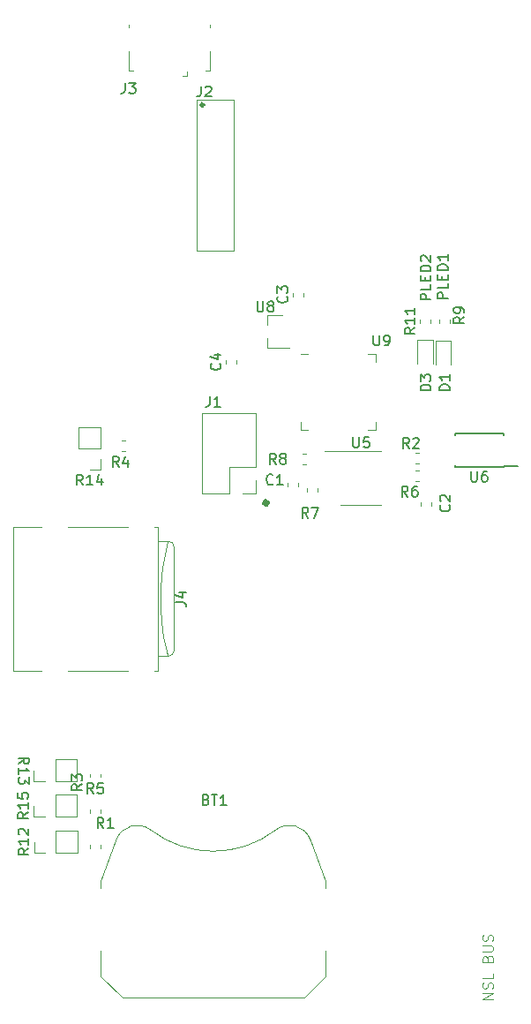
<source format=gbr>
G04 #@! TF.GenerationSoftware,KiCad,Pcbnew,5.1.2-f72e74a~84~ubuntu18.04.1*
G04 #@! TF.CreationDate,2019-07-18T11:25:25-04:00*
G04 #@! TF.ProjectId,Joe,4a6f652e-6b69-4636-9164-5f7063625858,rev?*
G04 #@! TF.SameCoordinates,Original*
G04 #@! TF.FileFunction,Legend,Top*
G04 #@! TF.FilePolarity,Positive*
%FSLAX46Y46*%
G04 Gerber Fmt 4.6, Leading zero omitted, Abs format (unit mm)*
G04 Created by KiCad (PCBNEW 5.1.2-f72e74a~84~ubuntu18.04.1) date 2019-07-18 11:25:25*
%MOMM*%
%LPD*%
G04 APERTURE LIST*
%ADD10C,0.100000*%
%ADD11C,0.500000*%
%ADD12C,0.200000*%
%ADD13C,0.120000*%
%ADD14C,0.150000*%
%ADD15C,0.300000*%
G04 APERTURE END LIST*
D10*
X-4741919Y-48970819D02*
X-5741919Y-48970819D01*
X-4741919Y-48399390D01*
X-5741919Y-48399390D01*
X-4789538Y-47970819D02*
X-4741919Y-47827961D01*
X-4741919Y-47589866D01*
X-4789538Y-47494628D01*
X-4837157Y-47447009D01*
X-4932395Y-47399390D01*
X-5027633Y-47399390D01*
X-5122871Y-47447009D01*
X-5170490Y-47494628D01*
X-5218109Y-47589866D01*
X-5265728Y-47780342D01*
X-5313347Y-47875580D01*
X-5360966Y-47923200D01*
X-5456204Y-47970819D01*
X-5551442Y-47970819D01*
X-5646680Y-47923200D01*
X-5694300Y-47875580D01*
X-5741919Y-47780342D01*
X-5741919Y-47542247D01*
X-5694300Y-47399390D01*
X-4741919Y-46494628D02*
X-4741919Y-46970819D01*
X-5741919Y-46970819D01*
X-5265728Y-45066057D02*
X-5218109Y-44923200D01*
X-5170490Y-44875580D01*
X-5075252Y-44827961D01*
X-4932395Y-44827961D01*
X-4837157Y-44875580D01*
X-4789538Y-44923200D01*
X-4741919Y-45018438D01*
X-4741919Y-45399390D01*
X-5741919Y-45399390D01*
X-5741919Y-45066057D01*
X-5694300Y-44970819D01*
X-5646680Y-44923200D01*
X-5551442Y-44875580D01*
X-5456204Y-44875580D01*
X-5360966Y-44923200D01*
X-5313347Y-44970819D01*
X-5265728Y-45066057D01*
X-5265728Y-45399390D01*
X-5741919Y-44399390D02*
X-4932395Y-44399390D01*
X-4837157Y-44351771D01*
X-4789538Y-44304152D01*
X-4741919Y-44208914D01*
X-4741919Y-44018438D01*
X-4789538Y-43923200D01*
X-4837157Y-43875580D01*
X-4932395Y-43827961D01*
X-5741919Y-43827961D01*
X-4789538Y-43399390D02*
X-4741919Y-43256533D01*
X-4741919Y-43018438D01*
X-4789538Y-42923200D01*
X-4837157Y-42875580D01*
X-4932395Y-42827961D01*
X-5027633Y-42827961D01*
X-5122871Y-42875580D01*
X-5170490Y-42923200D01*
X-5218109Y-43018438D01*
X-5265728Y-43208914D01*
X-5313347Y-43304152D01*
X-5360966Y-43351771D01*
X-5456204Y-43399390D01*
X-5551442Y-43399390D01*
X-5646680Y-43351771D01*
X-5694300Y-43304152D01*
X-5741919Y-43208914D01*
X-5741919Y-42970819D01*
X-5694300Y-42827961D01*
D11*
X-26388498Y-1384300D02*
G75*
G03X-26388498Y-1384300I-154502J0D01*
G01*
D12*
X-10698219Y18123161D02*
X-11698219Y18123161D01*
X-11698219Y18504114D01*
X-11650600Y18599352D01*
X-11602980Y18646971D01*
X-11507742Y18694590D01*
X-11364885Y18694590D01*
X-11269647Y18646971D01*
X-11222028Y18599352D01*
X-11174409Y18504114D01*
X-11174409Y18123161D01*
X-10698219Y19599352D02*
X-10698219Y19123161D01*
X-11698219Y19123161D01*
X-11222028Y19932685D02*
X-11222028Y20266019D01*
X-10698219Y20408876D02*
X-10698219Y19932685D01*
X-11698219Y19932685D01*
X-11698219Y20408876D01*
X-10698219Y20837447D02*
X-11698219Y20837447D01*
X-11698219Y21075542D01*
X-11650600Y21218400D01*
X-11555361Y21313638D01*
X-11460123Y21361257D01*
X-11269647Y21408876D01*
X-11126790Y21408876D01*
X-10936314Y21361257D01*
X-10841076Y21313638D01*
X-10745838Y21218400D01*
X-10698219Y21075542D01*
X-10698219Y20837447D01*
X-11602980Y21789828D02*
X-11650600Y21837447D01*
X-11698219Y21932685D01*
X-11698219Y22170780D01*
X-11650600Y22266019D01*
X-11602980Y22313638D01*
X-11507742Y22361257D01*
X-11412504Y22361257D01*
X-11269647Y22313638D01*
X-10698219Y21742209D01*
X-10698219Y22361257D01*
X-9072619Y18224761D02*
X-10072619Y18224761D01*
X-10072619Y18605714D01*
X-10025000Y18700952D01*
X-9977380Y18748571D01*
X-9882142Y18796190D01*
X-9739285Y18796190D01*
X-9644047Y18748571D01*
X-9596428Y18700952D01*
X-9548809Y18605714D01*
X-9548809Y18224761D01*
X-9072619Y19700952D02*
X-9072619Y19224761D01*
X-10072619Y19224761D01*
X-9596428Y20034285D02*
X-9596428Y20367619D01*
X-9072619Y20510476D02*
X-9072619Y20034285D01*
X-10072619Y20034285D01*
X-10072619Y20510476D01*
X-9072619Y20939047D02*
X-10072619Y20939047D01*
X-10072619Y21177142D01*
X-10025000Y21320000D01*
X-9929761Y21415238D01*
X-9834523Y21462857D01*
X-9644047Y21510476D01*
X-9501190Y21510476D01*
X-9310714Y21462857D01*
X-9215476Y21415238D01*
X-9120238Y21320000D01*
X-9072619Y21177142D01*
X-9072619Y20939047D01*
X-9072619Y22462857D02*
X-9072619Y21891428D01*
X-9072619Y22177142D02*
X-10072619Y22177142D01*
X-9929761Y22081904D01*
X-9834523Y21986666D01*
X-9786904Y21891428D01*
D13*
X-27473600Y-517200D02*
X-28803600Y-517200D01*
X-27473600Y812800D02*
X-27473600Y-517200D01*
X-30073600Y-517200D02*
X-32673600Y-517200D01*
X-30073600Y2082800D02*
X-30073600Y-517200D01*
X-27473600Y2082800D02*
X-30073600Y2082800D01*
X-32673600Y-517200D02*
X-32673600Y7222800D01*
X-27473600Y2082800D02*
X-27473600Y7222800D01*
X-27473600Y7222800D02*
X-32673600Y7222800D01*
X-22493800Y12881000D02*
X-23218800Y12881000D01*
X-15998800Y5661000D02*
X-15998800Y6386000D01*
X-16723800Y5661000D02*
X-15998800Y5661000D01*
X-23218800Y5661000D02*
X-23218800Y6386000D01*
X-22493800Y5661000D02*
X-23218800Y5661000D01*
X-15998800Y12881000D02*
X-15998800Y12156000D01*
X-16723800Y12881000D02*
X-15998800Y12881000D01*
X-26414000Y16652400D02*
X-24954000Y16652400D01*
X-26414000Y13492400D02*
X-24254000Y13492400D01*
X-26414000Y13492400D02*
X-26414000Y14422400D01*
X-26414000Y16652400D02*
X-26414000Y15722400D01*
D14*
X-3745600Y2132600D02*
X-2395600Y2132600D01*
X-3745600Y5282600D02*
X-8395600Y5282600D01*
X-3745600Y2032600D02*
X-8395600Y2032600D01*
X-3745600Y5282600D02*
X-3745600Y5082600D01*
X-8395600Y5282600D02*
X-8395600Y5082600D01*
X-8395600Y2032600D02*
X-8395600Y2232600D01*
X-3745600Y2032600D02*
X-3745600Y2132600D01*
D13*
X-17410200Y3550600D02*
X-20860200Y3550600D01*
X-17410200Y3550600D02*
X-15460200Y3550600D01*
X-17410200Y-1569400D02*
X-19360200Y-1569400D01*
X-17410200Y-1569400D02*
X-15460200Y-1569400D01*
X-10716800Y15864621D02*
X-10716800Y16190179D01*
X-11736800Y15864621D02*
X-11736800Y16190179D01*
X-8913400Y15864621D02*
X-8913400Y16190179D01*
X-9933400Y15864621D02*
X-9933400Y16190179D01*
X-22997279Y2284000D02*
X-22671721Y2284000D01*
X-22997279Y3304000D02*
X-22671721Y3304000D01*
X-21588000Y-289879D02*
X-21588000Y35679D01*
X-22608000Y-289879D02*
X-22608000Y35679D01*
X-11876821Y1729200D02*
X-12202379Y1729200D01*
X-11876821Y709200D02*
X-12202379Y709200D01*
X-43436000Y-30774421D02*
X-43436000Y-31099979D01*
X-42416000Y-30774421D02*
X-42416000Y-31099979D01*
X-40396479Y3604800D02*
X-40070921Y3604800D01*
X-40396479Y4624800D02*
X-40070921Y4624800D01*
X-43461400Y-27370921D02*
X-43461400Y-27696479D01*
X-42441400Y-27370921D02*
X-42441400Y-27696479D01*
X-11876821Y3405600D02*
X-12202379Y3405600D01*
X-11876821Y2385600D02*
X-12202379Y2385600D01*
X-43436000Y-34178021D02*
X-43436000Y-34503579D01*
X-42416000Y-34178021D02*
X-42416000Y-34503579D01*
X-35362000Y-5566400D02*
G75*
G03X-35862000Y-5066400I-500000J0D01*
G01*
X-35862000Y-16066400D02*
G75*
G03X-35362000Y-15566400I0J500000D01*
G01*
X-36862000Y-3656400D02*
X-37262000Y-3656400D01*
X-39782000Y-3656400D02*
X-45562000Y-3656400D01*
X-48082000Y-3656400D02*
X-50782000Y-3656400D01*
X-39782000Y-17476400D02*
X-45562000Y-17476400D01*
X-36862000Y-17476400D02*
X-37262000Y-17476400D01*
X-48082000Y-17476400D02*
X-50782000Y-17476400D01*
X-50782000Y-17476400D02*
X-50782000Y-3656400D01*
X-36862000Y-3656400D02*
X-36862000Y-17476400D01*
X-36862000Y-16066400D02*
X-35862000Y-16066400D01*
X-36862000Y-5066400D02*
X-35862000Y-5066400D01*
X-35362000Y-5566400D02*
X-35362000Y-15566400D01*
X-35962000Y-5066400D02*
X-36162000Y-5866400D01*
X-36162000Y-5866400D02*
X-36462000Y-7566400D01*
X-36462000Y-7566400D02*
X-36562000Y-8366400D01*
X-36562000Y-8366400D02*
X-36662000Y-9666400D01*
X-36662000Y-9666400D02*
X-36662000Y-11466400D01*
X-36662000Y-11466400D02*
X-36562000Y-12766400D01*
X-36562000Y-12766400D02*
X-36362000Y-14266400D01*
X-36362000Y-14266400D02*
X-36062000Y-15566400D01*
X-36062000Y-15566400D02*
X-35962000Y-16066400D01*
X-34114000Y39546700D02*
X-34114000Y39996700D01*
X-34114000Y39546700D02*
X-34564000Y39546700D01*
X-39714000Y40096700D02*
X-39264000Y40096700D01*
X-39714000Y41946700D02*
X-39714000Y40096700D01*
X-31914000Y44496700D02*
X-31914000Y44246700D01*
X-39714000Y44496700D02*
X-39714000Y44246700D01*
X-31914000Y41946700D02*
X-31914000Y40096700D01*
X-31914000Y40096700D02*
X-32364000Y40096700D01*
X-11993800Y14243500D02*
X-11993800Y11958500D01*
X-10523800Y14243500D02*
X-11993800Y14243500D01*
X-10523800Y11958500D02*
X-10523800Y14243500D01*
X-10234600Y14184900D02*
X-10234600Y11899900D01*
X-8764600Y14184900D02*
X-10234600Y14184900D01*
X-8764600Y11899900D02*
X-8764600Y14184900D01*
X-29360400Y12003921D02*
X-29360400Y12329479D01*
X-30380400Y12003921D02*
X-30380400Y12329479D01*
X-22959600Y18430021D02*
X-22959600Y18755579D01*
X-23979600Y18430021D02*
X-23979600Y18755579D01*
X-11635200Y-1335721D02*
X-11635200Y-1661279D01*
X-10615200Y-1335721D02*
X-10615200Y-1661279D01*
X-24436800Y543679D02*
X-24436800Y218121D01*
X-23416800Y543679D02*
X-23416800Y218121D01*
D10*
X-42365400Y-38300400D02*
X-42365400Y-37670400D01*
X-42365400Y-46760400D02*
X-42365400Y-44300400D01*
X-20805400Y-38300400D02*
X-20805400Y-37670400D01*
X-20805400Y-46760400D02*
X-20805400Y-44300400D01*
X-40910644Y-33712231D02*
G75*
G02X-37585400Y-32750400I2015244J-738169D01*
G01*
X-42365400Y-37670400D02*
X-40925400Y-33720400D01*
X-40285400Y-48840400D02*
X-42365400Y-46760400D01*
X-40285400Y-48840400D02*
X-22885400Y-48840400D01*
X-22885400Y-48840400D02*
X-20805400Y-46760400D01*
X-20805400Y-37670400D02*
X-22245400Y-33720400D01*
X-25582046Y-32733870D02*
G75*
G02X-22245400Y-33720400I1306646J-1716530D01*
G01*
X-25580799Y-32746864D02*
G75*
G02X-37585400Y-32750400I-6004601J7806464D01*
G01*
D15*
X-32494400Y36798200D02*
G75*
G03X-32494400Y36798200I-150000J0D01*
G01*
D13*
X-29644400Y22798200D02*
X-33144400Y22798200D01*
X-29644400Y37298200D02*
X-29644400Y22798200D01*
X-33144400Y37298200D02*
X-29644400Y37298200D01*
X-33144400Y22798200D02*
X-33144400Y37298200D01*
X-44641200Y-34943600D02*
X-44641200Y-32823600D01*
X-46701200Y-34943600D02*
X-44641200Y-34943600D01*
X-46701200Y-32823600D02*
X-44641200Y-32823600D01*
X-46701200Y-34943600D02*
X-46701200Y-32823600D01*
X-47701200Y-34943600D02*
X-48761200Y-34943600D01*
X-48761200Y-34943600D02*
X-48761200Y-33883600D01*
X-48812000Y-28111000D02*
X-48812000Y-27051000D01*
X-47752000Y-28111000D02*
X-48812000Y-28111000D01*
X-46752000Y-28111000D02*
X-46752000Y-25991000D01*
X-46752000Y-25991000D02*
X-44692000Y-25991000D01*
X-46752000Y-28111000D02*
X-44692000Y-28111000D01*
X-44692000Y-28111000D02*
X-44692000Y-25991000D01*
X-42399400Y5904800D02*
X-44519400Y5904800D01*
X-42399400Y3844800D02*
X-42399400Y5904800D01*
X-44519400Y3844800D02*
X-44519400Y5904800D01*
X-42399400Y3844800D02*
X-44519400Y3844800D01*
X-42399400Y2844800D02*
X-42399400Y1784800D01*
X-42399400Y1784800D02*
X-43459400Y1784800D01*
X-48812000Y-31489200D02*
X-48812000Y-30429200D01*
X-47752000Y-31489200D02*
X-48812000Y-31489200D01*
X-46752000Y-31489200D02*
X-46752000Y-29369200D01*
X-46752000Y-29369200D02*
X-44692000Y-29369200D01*
X-46752000Y-31489200D02*
X-44692000Y-31489200D01*
X-44692000Y-31489200D02*
X-44692000Y-29369200D01*
D14*
X-31930933Y8828019D02*
X-31930933Y8113733D01*
X-31978552Y7970876D01*
X-32073790Y7875638D01*
X-32216647Y7828019D01*
X-32311885Y7828019D01*
X-30930933Y7828019D02*
X-31502361Y7828019D01*
X-31216647Y7828019D02*
X-31216647Y8828019D01*
X-31311885Y8685161D01*
X-31407123Y8589923D01*
X-31502361Y8542304D01*
X-16205104Y14720819D02*
X-16205104Y13911295D01*
X-16157485Y13816057D01*
X-16109866Y13768438D01*
X-16014628Y13720819D01*
X-15824152Y13720819D01*
X-15728914Y13768438D01*
X-15681295Y13816057D01*
X-15633676Y13911295D01*
X-15633676Y14720819D01*
X-15109866Y13720819D02*
X-14919390Y13720819D01*
X-14824152Y13768438D01*
X-14776533Y13816057D01*
X-14681295Y13958914D01*
X-14633676Y14149390D01*
X-14633676Y14530342D01*
X-14681295Y14625580D01*
X-14728914Y14673200D01*
X-14824152Y14720819D01*
X-15014628Y14720819D01*
X-15109866Y14673200D01*
X-15157485Y14625580D01*
X-15205104Y14530342D01*
X-15205104Y14292247D01*
X-15157485Y14197009D01*
X-15109866Y14149390D01*
X-15014628Y14101771D01*
X-14824152Y14101771D01*
X-14728914Y14149390D01*
X-14681295Y14197009D01*
X-14633676Y14292247D01*
X-27365104Y17956819D02*
X-27365104Y17147295D01*
X-27317485Y17052057D01*
X-27269866Y17004438D01*
X-27174628Y16956819D01*
X-26984152Y16956819D01*
X-26888914Y17004438D01*
X-26841295Y17052057D01*
X-26793676Y17147295D01*
X-26793676Y17956819D01*
X-26174628Y17528247D02*
X-26269866Y17575866D01*
X-26317485Y17623485D01*
X-26365104Y17718723D01*
X-26365104Y17766342D01*
X-26317485Y17861580D01*
X-26269866Y17909200D01*
X-26174628Y17956819D01*
X-25984152Y17956819D01*
X-25888914Y17909200D01*
X-25841295Y17861580D01*
X-25793676Y17766342D01*
X-25793676Y17718723D01*
X-25841295Y17623485D01*
X-25888914Y17575866D01*
X-25984152Y17528247D01*
X-26174628Y17528247D01*
X-26269866Y17480628D01*
X-26317485Y17433009D01*
X-26365104Y17337771D01*
X-26365104Y17147295D01*
X-26317485Y17052057D01*
X-26269866Y17004438D01*
X-26174628Y16956819D01*
X-25984152Y16956819D01*
X-25888914Y17004438D01*
X-25841295Y17052057D01*
X-25793676Y17147295D01*
X-25793676Y17337771D01*
X-25841295Y17433009D01*
X-25888914Y17480628D01*
X-25984152Y17528247D01*
X-6832504Y1655219D02*
X-6832504Y845695D01*
X-6784885Y750457D01*
X-6737266Y702838D01*
X-6642028Y655219D01*
X-6451552Y655219D01*
X-6356314Y702838D01*
X-6308695Y750457D01*
X-6261076Y845695D01*
X-6261076Y1655219D01*
X-5356314Y1655219D02*
X-5546790Y1655219D01*
X-5642028Y1607600D01*
X-5689647Y1559980D01*
X-5784885Y1417123D01*
X-5832504Y1226647D01*
X-5832504Y845695D01*
X-5784885Y750457D01*
X-5737266Y702838D01*
X-5642028Y655219D01*
X-5451552Y655219D01*
X-5356314Y702838D01*
X-5308695Y750457D01*
X-5261076Y845695D01*
X-5261076Y1083790D01*
X-5308695Y1179028D01*
X-5356314Y1226647D01*
X-5451552Y1274266D01*
X-5642028Y1274266D01*
X-5737266Y1226647D01*
X-5784885Y1179028D01*
X-5832504Y1083790D01*
X-18172104Y4938219D02*
X-18172104Y4128695D01*
X-18124485Y4033457D01*
X-18076866Y3985838D01*
X-17981628Y3938219D01*
X-17791152Y3938219D01*
X-17695914Y3985838D01*
X-17648295Y4033457D01*
X-17600676Y4128695D01*
X-17600676Y4938219D01*
X-16648295Y4938219D02*
X-17124485Y4938219D01*
X-17172104Y4462028D01*
X-17124485Y4509647D01*
X-17029247Y4557266D01*
X-16791152Y4557266D01*
X-16695914Y4509647D01*
X-16648295Y4462028D01*
X-16600676Y4366790D01*
X-16600676Y4128695D01*
X-16648295Y4033457D01*
X-16695914Y3985838D01*
X-16791152Y3938219D01*
X-17029247Y3938219D01*
X-17124485Y3985838D01*
X-17172104Y4033457D01*
X-12222219Y15409942D02*
X-12698409Y15076609D01*
X-12222219Y14838514D02*
X-13222219Y14838514D01*
X-13222219Y15219466D01*
X-13174600Y15314704D01*
X-13126980Y15362323D01*
X-13031742Y15409942D01*
X-12888885Y15409942D01*
X-12793647Y15362323D01*
X-12746028Y15314704D01*
X-12698409Y15219466D01*
X-12698409Y14838514D01*
X-12222219Y16362323D02*
X-12222219Y15790895D01*
X-12222219Y16076609D02*
X-13222219Y16076609D01*
X-13079361Y15981371D01*
X-12984123Y15886133D01*
X-12936504Y15790895D01*
X-12222219Y17314704D02*
X-12222219Y16743276D01*
X-12222219Y17028990D02*
X-13222219Y17028990D01*
X-13079361Y16933752D01*
X-12984123Y16838514D01*
X-12936504Y16743276D01*
X-7497819Y16444933D02*
X-7974009Y16111600D01*
X-7497819Y15873504D02*
X-8497819Y15873504D01*
X-8497819Y16254457D01*
X-8450200Y16349695D01*
X-8402580Y16397314D01*
X-8307342Y16444933D01*
X-8164485Y16444933D01*
X-8069247Y16397314D01*
X-8021628Y16349695D01*
X-7974009Y16254457D01*
X-7974009Y15873504D01*
X-7497819Y16921123D02*
X-7497819Y17111600D01*
X-7545438Y17206838D01*
X-7593057Y17254457D01*
X-7735914Y17349695D01*
X-7926390Y17397314D01*
X-8307342Y17397314D01*
X-8402580Y17349695D01*
X-8450200Y17302076D01*
X-8497819Y17206838D01*
X-8497819Y17016361D01*
X-8450200Y16921123D01*
X-8402580Y16873504D01*
X-8307342Y16825885D01*
X-8069247Y16825885D01*
X-7974009Y16873504D01*
X-7926390Y16921123D01*
X-7878771Y17016361D01*
X-7878771Y17206838D01*
X-7926390Y17302076D01*
X-7974009Y17349695D01*
X-8069247Y17397314D01*
X-25566666Y2341619D02*
X-25900000Y2817809D01*
X-26138095Y2341619D02*
X-26138095Y3341619D01*
X-25757142Y3341619D01*
X-25661904Y3294000D01*
X-25614285Y3246380D01*
X-25566666Y3151142D01*
X-25566666Y3008285D01*
X-25614285Y2913047D01*
X-25661904Y2865428D01*
X-25757142Y2817809D01*
X-26138095Y2817809D01*
X-24995238Y2913047D02*
X-25090476Y2960666D01*
X-25138095Y3008285D01*
X-25185714Y3103523D01*
X-25185714Y3151142D01*
X-25138095Y3246380D01*
X-25090476Y3294000D01*
X-24995238Y3341619D01*
X-24804761Y3341619D01*
X-24709523Y3294000D01*
X-24661904Y3246380D01*
X-24614285Y3151142D01*
X-24614285Y3103523D01*
X-24661904Y3008285D01*
X-24709523Y2960666D01*
X-24804761Y2913047D01*
X-24995238Y2913047D01*
X-25090476Y2865428D01*
X-25138095Y2817809D01*
X-25185714Y2722571D01*
X-25185714Y2532095D01*
X-25138095Y2436857D01*
X-25090476Y2389238D01*
X-24995238Y2341619D01*
X-24804761Y2341619D01*
X-24709523Y2389238D01*
X-24661904Y2436857D01*
X-24614285Y2532095D01*
X-24614285Y2722571D01*
X-24661904Y2817809D01*
X-24709523Y2865428D01*
X-24804761Y2913047D01*
X-22467866Y-2814680D02*
X-22801200Y-2338490D01*
X-23039295Y-2814680D02*
X-23039295Y-1814680D01*
X-22658342Y-1814680D01*
X-22563104Y-1862300D01*
X-22515485Y-1909919D01*
X-22467866Y-2005157D01*
X-22467866Y-2148014D01*
X-22515485Y-2243252D01*
X-22563104Y-2290871D01*
X-22658342Y-2338490D01*
X-23039295Y-2338490D01*
X-22134533Y-1814680D02*
X-21467866Y-1814680D01*
X-21896438Y-2814680D01*
X-12904766Y-782580D02*
X-13238100Y-306390D01*
X-13476195Y-782580D02*
X-13476195Y217419D01*
X-13095242Y217419D01*
X-13000004Y169800D01*
X-12952385Y122180D01*
X-12904766Y26942D01*
X-12904766Y-115914D01*
X-12952385Y-211152D01*
X-13000004Y-258771D01*
X-13095242Y-306390D01*
X-13476195Y-306390D01*
X-12047623Y217419D02*
X-12238100Y217419D01*
X-12333338Y169800D01*
X-12380957Y122180D01*
X-12476195Y-20676D01*
X-12523814Y-211152D01*
X-12523814Y-592104D01*
X-12476195Y-687342D01*
X-12428576Y-734961D01*
X-12333338Y-782580D01*
X-12142861Y-782580D01*
X-12047623Y-734961D01*
X-12000004Y-687342D01*
X-11952385Y-592104D01*
X-11952385Y-354009D01*
X-12000004Y-258771D01*
X-12047623Y-211152D01*
X-12142861Y-163533D01*
X-12333338Y-163533D01*
X-12428576Y-211152D01*
X-12476195Y-258771D01*
X-12523814Y-354009D01*
X-43092666Y-29255980D02*
X-43426000Y-28779790D01*
X-43664095Y-29255980D02*
X-43664095Y-28255980D01*
X-43283142Y-28255980D01*
X-43187904Y-28303600D01*
X-43140285Y-28351219D01*
X-43092666Y-28446457D01*
X-43092666Y-28589314D01*
X-43140285Y-28684552D01*
X-43187904Y-28732171D01*
X-43283142Y-28779790D01*
X-43664095Y-28779790D01*
X-42187904Y-28255980D02*
X-42664095Y-28255980D01*
X-42711714Y-28732171D01*
X-42664095Y-28684552D01*
X-42568857Y-28636933D01*
X-42330761Y-28636933D01*
X-42235523Y-28684552D01*
X-42187904Y-28732171D01*
X-42140285Y-28827409D01*
X-42140285Y-29065504D01*
X-42187904Y-29160742D01*
X-42235523Y-29208361D01*
X-42330761Y-29255980D01*
X-42568857Y-29255980D01*
X-42664095Y-29208361D01*
X-42711714Y-29160742D01*
X-40654266Y2062219D02*
X-40987600Y2538409D01*
X-41225695Y2062219D02*
X-41225695Y3062219D01*
X-40844742Y3062219D01*
X-40749504Y3014600D01*
X-40701885Y2966980D01*
X-40654266Y2871742D01*
X-40654266Y2728885D01*
X-40701885Y2633647D01*
X-40749504Y2586028D01*
X-40844742Y2538409D01*
X-41225695Y2538409D01*
X-39797123Y2728885D02*
X-39797123Y2062219D01*
X-40035219Y3109838D02*
X-40273314Y2395552D01*
X-39654266Y2395552D01*
X-44175419Y-28360766D02*
X-44651609Y-28694100D01*
X-44175419Y-28932195D02*
X-45175419Y-28932195D01*
X-45175419Y-28551242D01*
X-45127800Y-28456004D01*
X-45080180Y-28408385D01*
X-44984942Y-28360766D01*
X-44842085Y-28360766D01*
X-44746847Y-28408385D01*
X-44699228Y-28456004D01*
X-44651609Y-28551242D01*
X-44651609Y-28932195D01*
X-45175419Y-28027433D02*
X-45175419Y-27408385D01*
X-44794466Y-27741719D01*
X-44794466Y-27598861D01*
X-44746847Y-27503623D01*
X-44699228Y-27456004D01*
X-44603990Y-27408385D01*
X-44365895Y-27408385D01*
X-44270657Y-27456004D01*
X-44223038Y-27503623D01*
X-44175419Y-27598861D01*
X-44175419Y-27884576D01*
X-44223038Y-27979814D01*
X-44270657Y-28027433D01*
X-12790466Y3852919D02*
X-13123800Y4329109D01*
X-13361895Y3852919D02*
X-13361895Y4852919D01*
X-12980942Y4852919D01*
X-12885704Y4805300D01*
X-12838085Y4757680D01*
X-12790466Y4662442D01*
X-12790466Y4519585D01*
X-12838085Y4424347D01*
X-12885704Y4376728D01*
X-12980942Y4329109D01*
X-13361895Y4329109D01*
X-12409514Y4757680D02*
X-12361895Y4805300D01*
X-12266657Y4852919D01*
X-12028561Y4852919D01*
X-11933323Y4805300D01*
X-11885704Y4757680D01*
X-11838085Y4662442D01*
X-11838085Y4567204D01*
X-11885704Y4424347D01*
X-12457133Y3852919D01*
X-11838085Y3852919D01*
X-42127466Y-32557880D02*
X-42460800Y-32081690D01*
X-42698895Y-32557880D02*
X-42698895Y-31557880D01*
X-42317942Y-31557880D01*
X-42222704Y-31605500D01*
X-42175085Y-31653119D01*
X-42127466Y-31748357D01*
X-42127466Y-31891214D01*
X-42175085Y-31986452D01*
X-42222704Y-32034071D01*
X-42317942Y-32081690D01*
X-42698895Y-32081690D01*
X-41175085Y-32557880D02*
X-41746514Y-32557880D01*
X-41460800Y-32557880D02*
X-41460800Y-31557880D01*
X-41556038Y-31700738D01*
X-41651276Y-31795976D01*
X-41746514Y-31843595D01*
X-35229619Y-10899733D02*
X-34515333Y-10899733D01*
X-34372476Y-10947352D01*
X-34277238Y-11042590D01*
X-34229619Y-11185447D01*
X-34229619Y-11280685D01*
X-34896285Y-9994971D02*
X-34229619Y-9994971D01*
X-35277238Y-10233066D02*
X-34562952Y-10471161D01*
X-34562952Y-9852114D01*
X-40058933Y38901619D02*
X-40058933Y38187333D01*
X-40106552Y38044476D01*
X-40201790Y37949238D01*
X-40344647Y37901619D01*
X-40439885Y37901619D01*
X-39677980Y38901619D02*
X-39058933Y38901619D01*
X-39392266Y38520666D01*
X-39249409Y38520666D01*
X-39154171Y38473047D01*
X-39106552Y38425428D01*
X-39058933Y38330190D01*
X-39058933Y38092095D01*
X-39106552Y37996857D01*
X-39154171Y37949238D01*
X-39249409Y37901619D01*
X-39535123Y37901619D01*
X-39630361Y37949238D01*
X-39677980Y37996857D01*
X-10706419Y9407904D02*
X-11706419Y9407904D01*
X-11706419Y9646000D01*
X-11658800Y9788857D01*
X-11563561Y9884095D01*
X-11468323Y9931714D01*
X-11277847Y9979333D01*
X-11134990Y9979333D01*
X-10944514Y9931714D01*
X-10849276Y9884095D01*
X-10754038Y9788857D01*
X-10706419Y9646000D01*
X-10706419Y9407904D01*
X-11706419Y10312666D02*
X-11706419Y10931714D01*
X-11325466Y10598380D01*
X-11325466Y10741238D01*
X-11277847Y10836476D01*
X-11230228Y10884095D01*
X-11134990Y10931714D01*
X-10896895Y10931714D01*
X-10801657Y10884095D01*
X-10754038Y10836476D01*
X-10706419Y10741238D01*
X-10706419Y10455523D01*
X-10754038Y10360285D01*
X-10801657Y10312666D01*
X-8882119Y9421904D02*
X-9882119Y9421904D01*
X-9882119Y9660000D01*
X-9834500Y9802857D01*
X-9739261Y9898095D01*
X-9644023Y9945714D01*
X-9453547Y9993333D01*
X-9310690Y9993333D01*
X-9120214Y9945714D01*
X-9024976Y9898095D01*
X-8929738Y9802857D01*
X-8882119Y9660000D01*
X-8882119Y9421904D01*
X-8882119Y10945714D02*
X-8882119Y10374285D01*
X-8882119Y10660000D02*
X-9882119Y10660000D01*
X-9739261Y10564761D01*
X-9644023Y10469523D01*
X-9596404Y10374285D01*
X-30943257Y12000033D02*
X-30895638Y11952414D01*
X-30848019Y11809557D01*
X-30848019Y11714319D01*
X-30895638Y11571461D01*
X-30990876Y11476223D01*
X-31086114Y11428604D01*
X-31276590Y11380985D01*
X-31419447Y11380985D01*
X-31609923Y11428604D01*
X-31705161Y11476223D01*
X-31800400Y11571461D01*
X-31848019Y11714319D01*
X-31848019Y11809557D01*
X-31800400Y11952414D01*
X-31752780Y12000033D01*
X-31514685Y12857176D02*
X-30848019Y12857176D01*
X-31895638Y12619080D02*
X-31181352Y12380985D01*
X-31181352Y13000033D01*
X-24542457Y18426133D02*
X-24494838Y18378514D01*
X-24447219Y18235657D01*
X-24447219Y18140419D01*
X-24494838Y17997561D01*
X-24590076Y17902323D01*
X-24685314Y17854704D01*
X-24875790Y17807085D01*
X-25018647Y17807085D01*
X-25209123Y17854704D01*
X-25304361Y17902323D01*
X-25399600Y17997561D01*
X-25447219Y18140419D01*
X-25447219Y18235657D01*
X-25399600Y18378514D01*
X-25351980Y18426133D01*
X-25447219Y18759466D02*
X-25447219Y19378514D01*
X-25066266Y19045180D01*
X-25066266Y19188038D01*
X-25018647Y19283276D01*
X-24971028Y19330895D01*
X-24875790Y19378514D01*
X-24637695Y19378514D01*
X-24542457Y19330895D01*
X-24494838Y19283276D01*
X-24447219Y19188038D01*
X-24447219Y18902323D01*
X-24494838Y18807085D01*
X-24542457Y18759466D01*
X-8939257Y-1589066D02*
X-8891638Y-1636685D01*
X-8844019Y-1779542D01*
X-8844019Y-1874780D01*
X-8891638Y-2017638D01*
X-8986876Y-2112876D01*
X-9082114Y-2160495D01*
X-9272590Y-2208114D01*
X-9415447Y-2208114D01*
X-9605923Y-2160495D01*
X-9701161Y-2112876D01*
X-9796400Y-2017638D01*
X-9844019Y-1874780D01*
X-9844019Y-1779542D01*
X-9796400Y-1636685D01*
X-9748780Y-1589066D01*
X-9748780Y-1208114D02*
X-9796400Y-1160495D01*
X-9844019Y-1065257D01*
X-9844019Y-827161D01*
X-9796400Y-731923D01*
X-9748780Y-684304D01*
X-9653542Y-636685D01*
X-9558304Y-636685D01*
X-9415447Y-684304D01*
X-8844019Y-1255733D01*
X-8844019Y-636685D01*
X-25871466Y455657D02*
X-25919085Y408038D01*
X-26061942Y360419D01*
X-26157180Y360419D01*
X-26300038Y408038D01*
X-26395276Y503276D01*
X-26442895Y598514D01*
X-26490514Y788990D01*
X-26490514Y931847D01*
X-26442895Y1122323D01*
X-26395276Y1217561D01*
X-26300038Y1312800D01*
X-26157180Y1360419D01*
X-26061942Y1360419D01*
X-25919085Y1312800D01*
X-25871466Y1265180D01*
X-24919085Y360419D02*
X-25490514Y360419D01*
X-25204800Y360419D02*
X-25204800Y1360419D01*
X-25300038Y1217561D01*
X-25395276Y1122323D01*
X-25490514Y1074704D01*
X-32281714Y-29837071D02*
X-32138857Y-29884690D01*
X-32091238Y-29932309D01*
X-32043619Y-30027547D01*
X-32043619Y-30170404D01*
X-32091238Y-30265642D01*
X-32138857Y-30313261D01*
X-32234095Y-30360880D01*
X-32615047Y-30360880D01*
X-32615047Y-29360880D01*
X-32281714Y-29360880D01*
X-32186476Y-29408500D01*
X-32138857Y-29456119D01*
X-32091238Y-29551357D01*
X-32091238Y-29646595D01*
X-32138857Y-29741833D01*
X-32186476Y-29789452D01*
X-32281714Y-29837071D01*
X-32615047Y-29837071D01*
X-31757904Y-29360880D02*
X-31186476Y-29360880D01*
X-31472190Y-30360880D02*
X-31472190Y-29360880D01*
X-30329333Y-30360880D02*
X-30900761Y-30360880D01*
X-30615047Y-30360880D02*
X-30615047Y-29360880D01*
X-30710285Y-29503738D01*
X-30805523Y-29598976D01*
X-30900761Y-29646595D01*
X-32769133Y38584119D02*
X-32769133Y37869833D01*
X-32816752Y37726976D01*
X-32911990Y37631738D01*
X-33054847Y37584119D01*
X-33150085Y37584119D01*
X-32340561Y38488880D02*
X-32292942Y38536500D01*
X-32197704Y38584119D01*
X-31959609Y38584119D01*
X-31864371Y38536500D01*
X-31816752Y38488880D01*
X-31769133Y38393642D01*
X-31769133Y38298404D01*
X-31816752Y38155547D01*
X-32388180Y37584119D01*
X-31769133Y37584119D01*
X-49308819Y-34526457D02*
X-49785009Y-34859790D01*
X-49308819Y-35097885D02*
X-50308819Y-35097885D01*
X-50308819Y-34716933D01*
X-50261200Y-34621695D01*
X-50213580Y-34574076D01*
X-50118342Y-34526457D01*
X-49975485Y-34526457D01*
X-49880247Y-34574076D01*
X-49832628Y-34621695D01*
X-49785009Y-34716933D01*
X-49785009Y-35097885D01*
X-49308819Y-33574076D02*
X-49308819Y-34145504D01*
X-49308819Y-33859790D02*
X-50308819Y-33859790D01*
X-50165961Y-33955028D01*
X-50070723Y-34050266D01*
X-50023104Y-34145504D01*
X-50213580Y-33193123D02*
X-50261200Y-33145504D01*
X-50308819Y-33050266D01*
X-50308819Y-32812171D01*
X-50261200Y-32716933D01*
X-50213580Y-32669314D01*
X-50118342Y-32621695D01*
X-50023104Y-32621695D01*
X-49880247Y-32669314D01*
X-49308819Y-33240742D01*
X-49308819Y-32621695D01*
X-50264380Y-26408142D02*
X-49788190Y-26074809D01*
X-50264380Y-25836714D02*
X-49264380Y-25836714D01*
X-49264380Y-26217666D01*
X-49312000Y-26312904D01*
X-49359619Y-26360523D01*
X-49454857Y-26408142D01*
X-49597714Y-26408142D01*
X-49692952Y-26360523D01*
X-49740571Y-26312904D01*
X-49788190Y-26217666D01*
X-49788190Y-25836714D01*
X-50264380Y-27360523D02*
X-50264380Y-26789095D01*
X-50264380Y-27074809D02*
X-49264380Y-27074809D01*
X-49407238Y-26979571D01*
X-49502476Y-26884333D01*
X-49550095Y-26789095D01*
X-49264380Y-27693857D02*
X-49264380Y-28312904D01*
X-49645333Y-27979571D01*
X-49645333Y-28122428D01*
X-49692952Y-28217666D01*
X-49740571Y-28265285D01*
X-49835809Y-28312904D01*
X-50073904Y-28312904D01*
X-50169142Y-28265285D01*
X-50216761Y-28217666D01*
X-50264380Y-28122428D01*
X-50264380Y-27836714D01*
X-50216761Y-27741476D01*
X-50169142Y-27693857D01*
X-44102257Y332419D02*
X-44435590Y808609D01*
X-44673685Y332419D02*
X-44673685Y1332419D01*
X-44292733Y1332419D01*
X-44197495Y1284800D01*
X-44149876Y1237180D01*
X-44102257Y1141942D01*
X-44102257Y999085D01*
X-44149876Y903847D01*
X-44197495Y856228D01*
X-44292733Y808609D01*
X-44673685Y808609D01*
X-43149876Y332419D02*
X-43721304Y332419D01*
X-43435590Y332419D02*
X-43435590Y1332419D01*
X-43530828Y1189561D01*
X-43626066Y1094323D01*
X-43721304Y1046704D01*
X-42292733Y999085D02*
X-42292733Y332419D01*
X-42530828Y1380038D02*
X-42768923Y665752D01*
X-42149876Y665752D01*
X-49359619Y-31072057D02*
X-49835809Y-31405390D01*
X-49359619Y-31643485D02*
X-50359619Y-31643485D01*
X-50359619Y-31262533D01*
X-50312000Y-31167295D01*
X-50264380Y-31119676D01*
X-50169142Y-31072057D01*
X-50026285Y-31072057D01*
X-49931047Y-31119676D01*
X-49883428Y-31167295D01*
X-49835809Y-31262533D01*
X-49835809Y-31643485D01*
X-49359619Y-30119676D02*
X-49359619Y-30691104D01*
X-49359619Y-30405390D02*
X-50359619Y-30405390D01*
X-50216761Y-30500628D01*
X-50121523Y-30595866D01*
X-50073904Y-30691104D01*
X-50359619Y-29214914D02*
X-50359619Y-29691104D01*
X-49883428Y-29738723D01*
X-49931047Y-29691104D01*
X-49978666Y-29595866D01*
X-49978666Y-29357771D01*
X-49931047Y-29262533D01*
X-49883428Y-29214914D01*
X-49788190Y-29167295D01*
X-49550095Y-29167295D01*
X-49454857Y-29214914D01*
X-49407238Y-29262533D01*
X-49359619Y-29357771D01*
X-49359619Y-29595866D01*
X-49407238Y-29691104D01*
X-49454857Y-29738723D01*
M02*

</source>
